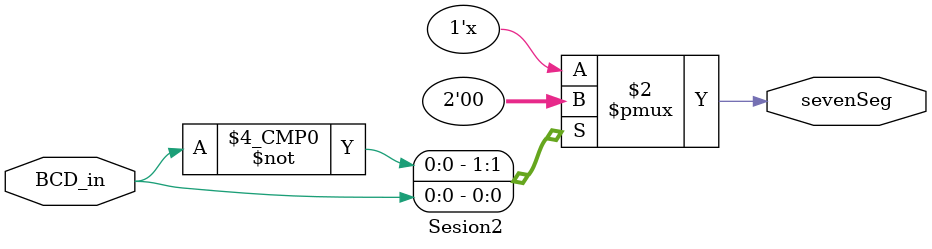
<source format=sv>
`timescale 1ns / 1ps


module Sesion2(
    input logic BCD_in,
    output logic sevenSeg
    );
    
    always_comb begin
        case(BCD_in)
            4'd0: sevenSeg = 7'b1111110;
            4'd1: sevenSeg = 7'b0110000;
            4'd2: sevenSeg = 7'b1101101;
            4'd3: sevenSeg = 7'b1111001;
            4'd4: sevenSeg = 7'b0110111;
            4'd5: sevenSeg = 7'b1011011;
            4'd6: sevenSeg = 7'b1011111;
            4'd7: sevenSeg = 7'b1110001;
            4'd8: sevenSeg = 7'b1111111;
            4'd9: sevenSeg = 7'b1110011; 
        endcase    
    end
    
    
endmodule

</source>
